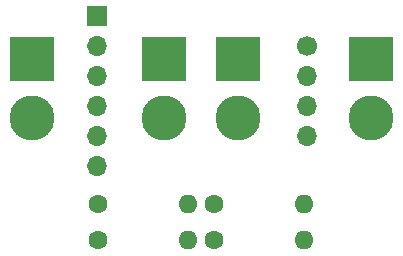
<source format=gbr>
%TF.GenerationSoftware,KiCad,Pcbnew,(7.0.0)*%
%TF.CreationDate,2024-02-03T20:31:02+01:00*%
%TF.ProjectId,Helios_IMU_M,48656c69-6f73-45f4-994d-555f4d2e6b69,rev?*%
%TF.SameCoordinates,PX9058260PY5c4edc0*%
%TF.FileFunction,Soldermask,Bot*%
%TF.FilePolarity,Negative*%
%FSLAX46Y46*%
G04 Gerber Fmt 4.6, Leading zero omitted, Abs format (unit mm)*
G04 Created by KiCad (PCBNEW (7.0.0)) date 2024-02-03 20:31:02*
%MOMM*%
%LPD*%
G01*
G04 APERTURE LIST*
%ADD10R,3.800000X3.800000*%
%ADD11C,3.800000*%
%ADD12R,1.700000X1.700000*%
%ADD13O,1.700000X1.700000*%
%ADD14C,1.700000*%
%ADD15C,1.600000*%
%ADD16O,1.600000X1.600000*%
G04 APERTURE END LIST*
D10*
%TO.C,J4*%
X14378999Y2644999D03*
D11*
X14379000Y-2355000D03*
%TD*%
D10*
%TO.C,J3*%
X-14355999Y2644999D03*
D11*
X-14356000Y-2355000D03*
%TD*%
D12*
%TO.C,IMU1*%
X-8889999Y6349999D03*
D13*
X-8889999Y3809999D03*
X-8889999Y1269999D03*
X-8889999Y-1269999D03*
X-8889999Y-3809999D03*
X-8889999Y-6349999D03*
X8889999Y-3809999D03*
X8889999Y-1269999D03*
X8889999Y1269999D03*
D14*
X8890000Y3810000D03*
%TD*%
D10*
%TO.C,J1*%
X-3146999Y2644999D03*
D11*
X-3147000Y-2355000D03*
%TD*%
D15*
%TO.C,RHT*%
X-8735000Y-9634000D03*
D16*
X-1114999Y-9633999D03*
%TD*%
D10*
%TO.C,J2*%
X3075999Y2644999D03*
D11*
X3076000Y-2355000D03*
%TD*%
D15*
%TO.C,RHB*%
X1044000Y-9634000D03*
D16*
X8663999Y-9633999D03*
%TD*%
D15*
%TO.C,RLB*%
X1044000Y-12682000D03*
D16*
X8663999Y-12681999D03*
%TD*%
D15*
%TO.C,RLT*%
X-8735000Y-12682000D03*
D16*
X-1114999Y-12681999D03*
%TD*%
M02*

</source>
